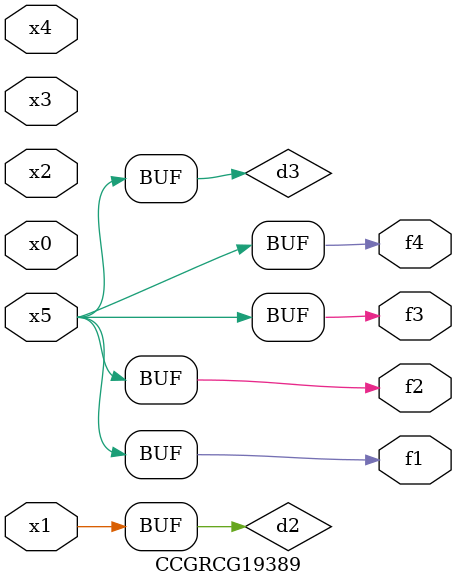
<source format=v>
module CCGRCG19389(
	input x0, x1, x2, x3, x4, x5,
	output f1, f2, f3, f4
);

	wire d1, d2, d3;

	not (d1, x5);
	or (d2, x1);
	xnor (d3, d1);
	assign f1 = d3;
	assign f2 = d3;
	assign f3 = d3;
	assign f4 = d3;
endmodule

</source>
